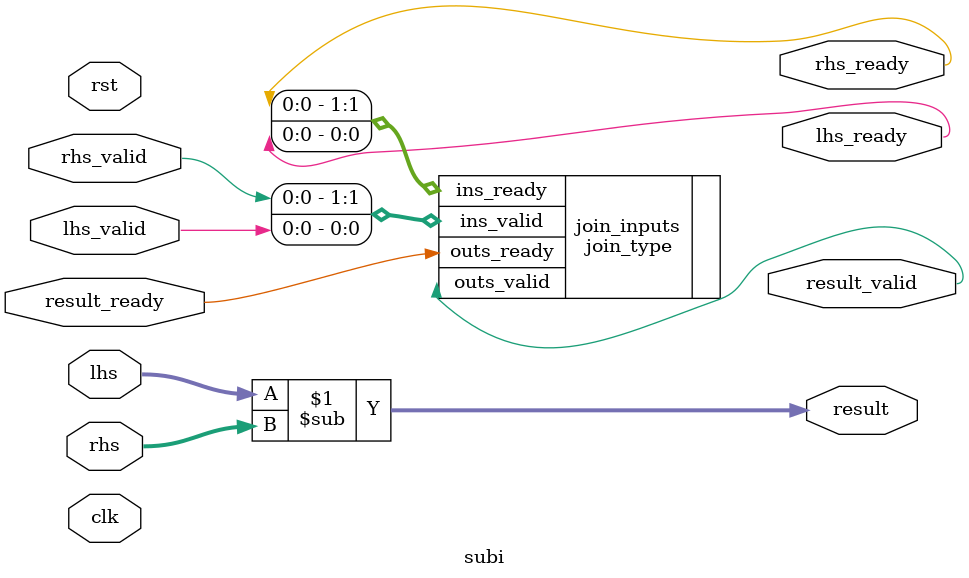
<source format=v>
`timescale 1ns/1ps
module subi #(
  parameter DATA_TYPE = 32
)(
  // inputs
  input  clk,
  input  rst,
  input  [DATA_TYPE - 1 : 0] lhs,
  input  lhs_valid,
  input  [DATA_TYPE - 1 : 0] rhs,
  input  rhs_valid,
  input  result_ready,
  // outputs
  output [DATA_TYPE - 1 : 0] result,
  output result_valid,
  output lhs_ready,
  output rhs_ready
);

  // Instantiate the join node
  join_type #(
    .SIZE(2)
  ) join_inputs (
    .ins_valid  ({rhs_valid, lhs_valid}),
    .outs_ready (result_ready             ),
    .ins_ready  ({rhs_ready, lhs_ready}  ),
    .outs_valid (result_valid             )
  );

  assign result = lhs - rhs;

endmodule
</source>
